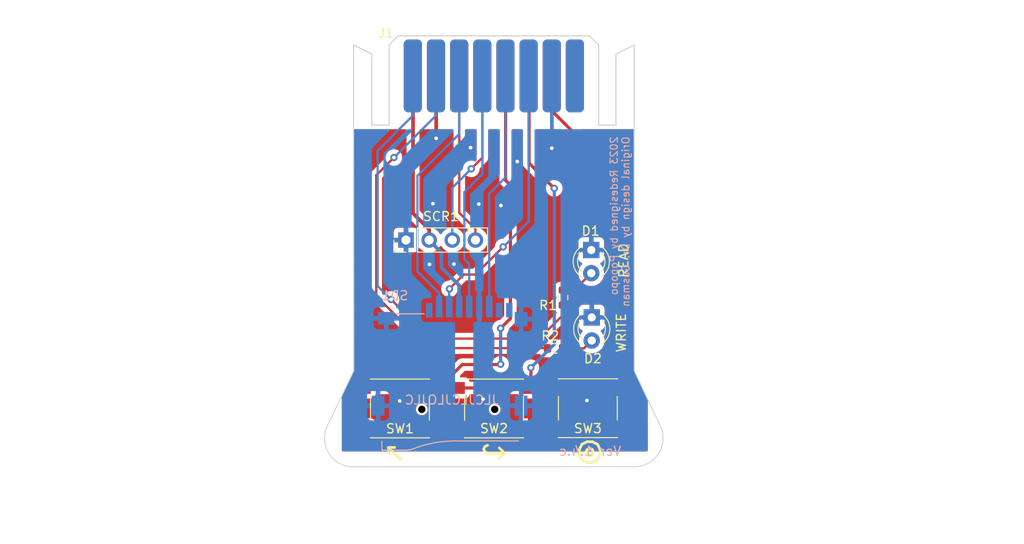
<source format=kicad_pcb>
(kicad_pcb (version 20240108) (generator "pcbnew") (generator_version "8.0")
  (title_block (title "Cartridge") (date "2023-12-10") (rev "1.4.B") (comment 1 "Modified by Popopo") (comment 2 "Original Design: Dr. Gusman"))
  (layers (0 "F.Cu" signal) (31 "B.Cu" signal) (34 "B.Paste" user) (35 "F.Paste" user) (36 "B.SilkS" user "B.Silkscreen") (37 "F.SilkS" user "F.Silkscreen") (38 "B.Mask" user) (39 "F.Mask" user) (44 "Edge.Cuts" user))
  (net 0 "")
  (net 1 "GND")
  (net 2 "Net-(D2-A)")
  (net 3 "+3V3")
  (net 4 "/UI_LD_READ")
  (net 5 "/UI_LD_WRITE")
  (net 6 "/UI_SCR_SDA")
  (net 7 "/UI_SD_CS")
  (net 8 "/UI_SCR_SCL")
  (net 9 "/UI_SD_SCK")
  (net 10 "/UI_BTN_BACK")
  (net 11 "/UI_SD_MISO")
  (net 12 "/UI_BTN_NEXT")
  (net 13 "/UI_SD_MOSI")
  (net 14 "/UI_BTN_SELECT")
  (net 20 "Net-(D1-A)")
  (footprint "Resistor_SMD:R_0603_1608Metric" (layer "F.Cu") (at 150.3 92.325 90)
    (property "Reference" "R1" (at -0.85 -1.65 0) (layer "F.SilkS"))
    (property "Value" "1K")
    (fp_line (start -0.237258 -0.5225) (end 0.237258 -0.5225) (stroke (width 0.12)) (layer "F.SilkS"))
    (fp_line (start -0.237258 0.5225) (end 0.237258 0.5225) (stroke (width 0.12)) (layer "F.SilkS"))
    (pad "1" smd roundrect (at -0.825 0 90) (size 0.8 0.95) (layers "F.Cu" "F.Paste" "F.Mask") (net 4 "/UI_LD_READ"))
    (pad "2" smd roundrect (at 0.825 0 90) (size 0.8 0.95) (layers "F.Cu" "F.Paste" "F.Mask") (net 20 "Net-(D1-A)"))
  )
  (footprint "MicroPicoDrive_Cartridge:Edge" (layer "F.Cu") (at 142.71 67.97)
    (property "Reference" "J1" (at -11.835 -4.705 0) (layer "F.SilkS"))
    (property "Value" "Conn_02x08_Odd_Even")
    (fp_line (start -15.4 -3.4) (end -13.4 -2.4) (stroke (width 0.12)) (layer "Edge.Cuts"))
    (fp_line (start -15.4 5.4) (end -15.4 -3.4) (stroke (width 0.12)) (layer "Edge.Cuts"))
    (fp_line (start -13.4 5.4) (end -13.4 -2.4) (stroke (width 0.12)) (layer "Edge.Cuts"))
    (fp_line (start -11.5 -3.4) (end -11.5 5.4) (stroke (width 0.12)) (layer "Edge.Cuts"))
    (fp_line (start -11.5 5.4) (end -13.4 5.4) (stroke (width 0.12)) (layer "Edge.Cuts"))
    (fp_line (start -10.5 -4.4) (end -11.5 -3.4) (stroke (width 0.12)) (layer "Edge.Cuts"))
    (fp_line (start -10.5 -4.4) (end 10.5 -4.4) (stroke (width 0.12)) (layer "Edge.Cuts"))
    (fp_line (start 10.5 -4.4) (end 11.5 -3.4) (stroke (width 0.12)) (layer "Edge.Cuts"))
    (fp_line (start 11.5 -3.4) (end 11.5 5.4) (stroke (width 0.12)) (layer "Edge.Cuts"))
    (fp_line (start 11.5 5.4) (end 13.4 5.4) (stroke (width 0.12)) (layer "Edge.Cuts"))
    (fp_line (start 13.4 -2.4) (end 15.4 -3.4) (stroke (width 0.12)) (layer "Edge.Cuts"))
    (fp_line (start 13.4 5.4) (end 13.4 -2.4) (stroke (width 0.12)) (layer "Edge.Cuts"))
    (fp_line (start 15.4 5.4) (end 15.4 -3.4) (stroke (width 0.12)) (layer "Edge.Cuts"))
    (pad "1" smd roundrect (at -8.89 0) (size 2 8) (layers "F.Cu" "F.Paste" "F.Mask") (net 3 "+3V3"))
    (pad "2" smd roundrect (at -8.89 0) (size 2 8) (layers "B.Cu" "B.Paste" "B.Mask") (net 4 "/UI_LD_READ"))
    (pad "3" smd roundrect (at -6.35 0) (size 2 8) (layers "F.Cu" "F.Paste" "F.Mask") (net 1 "GND"))
    (pad "4" smd roundrect (at -6.35 0) (size 2 8) (layers "B.Cu" "B.Paste" "B.Mask") (net 5 "/UI_LD_WRITE"))
    (pad "5" smd roundrect (at -3.81 0) (size 2 8) (layers "F.Cu" "F.Paste" "F.Mask") (net 6 "/UI_SCR_SDA"))
    (pad "6" smd roundrect (at -3.81 0) (size 2 8) (layers "B.Cu" "B.Paste" "B.Mask") (net 7 "/UI_SD_CS"))
    (pad "7" smd roundrect (at -1.27 0) (size 2 8) (layers "F.Cu" "F.Paste" "F.Mask") (net 8 "/UI_SCR_SCL"))
    (pad "8" smd roundrect (at -1.27 0) (size 2 8) (layers "B.Cu" "B.Paste" "B.Mask") (net 9 "/UI_SD_SCK"))
    (pad "9" smd roundrect (at 1.27 0) (size 2 8) (layers "F.Cu" "F.Paste" "F.Mask") (net 10 "/UI_BTN_BACK"))
    (pad "10" smd roundrect (at 1.27 0) (size 2 8) (layers "B.Cu" "B.Paste" "B.Mask") (net 11 "/UI_SD_MISO"))
    (pad "11" smd roundrect (at 3.81 0) (size 2 8) (layers "F.Cu" "F.Paste" "F.Mask") (net 12 "/UI_BTN_NEXT"))
    (pad "12" smd roundrect (at 3.81 0) (size 2 8) (layers "B.Cu" "B.Paste" "B.Mask") (net 13 "/UI_SD_MOSI"))
    (pad "13" smd roundrect (at 6.35 0) (size 2 8) (layers "F.Cu" "F.Paste" "F.Mask") (net 14 "/UI_BTN_SELECT"))
    (pad "14" smd roundrect (at 6.35 0) (size 2 8) (layers "B.Cu" "B.Paste" "B.Mask") (net 1 "GND"))
    (pad "15" smd roundrect (at 8.89 0) (size 2 8) (layers "F.Cu" "F.Paste" "F.Mask"))
    (pad "16" smd roundrect (at 8.89 0) (size 2 8) (layers "B.Cu" "B.Paste" "B.Mask"))
  )
  (footprint "Button_Switch_SMD:SW_SPST_PTS645" (layer "F.Cu") (at 132.4 104.5)
    (property "Reference" "SW1" (at 0 2.225 0) (layer "F.SilkS"))
    (property "Value" "SW_Push")
    (fp_line (start -3.23 -3.23) (end 3.23 -3.23) (stroke (width 0.12)) (layer "F.SilkS"))
    (fp_line (start -3.23 -3.2) (end -3.23 -3.23) (stroke (width 0.12)) (layer "F.SilkS"))
    (fp_line (start -3.23 -1.3) (end -3.23 1.3) (stroke (width 0.12)) (layer "F.SilkS"))
    (fp_line (start -3.23 3.23) (end -3.23 3.2) (stroke (width 0.12)) (layer "F.SilkS"))
    (fp_line (start -3.23 3.23) (end 3.23 3.23) (stroke (width 0.12)) (layer "F.SilkS"))
    (fp_line (start 3.23 -3.23) (end 3.23 -3.2) (stroke (width 0.12)) (layer "F.SilkS"))
    (fp_line (start 3.23 -1.3) (end 3.23 1.3) (stroke (width 0.12)) (layer "F.SilkS"))
    (fp_line (start 3.23 3.23) (end 3.23 3.2) (stroke (width 0.12)) (layer "F.SilkS"))
    (pad "1" smd rect (at -3.98 -2.25) (size 1.55 1.3) (layers "F.Cu" "F.Paste" "F.Mask") (net 10 "/UI_BTN_BACK"))
    (pad "1" smd rect (at 3.98 -2.25) (size 1.55 1.3) (layers "F.Cu" "F.Paste" "F.Mask") (net 10 "/UI_BTN_BACK"))
    (pad "2" smd rect (at -3.98 2.25) (size 1.55 1.3) (layers "F.Cu" "F.Paste" "F.Mask") (net 1 "GND"))
    (pad "2" smd rect (at 3.98 2.25) (size 1.55 1.3) (layers "F.Cu" "F.Paste" "F.Mask") (net 1 "GND"))
  )
  (footprint "LED_THT:LED_D3.0mm" (layer "F.Cu") (at 153.45 94.5 -90)
    (property "Reference" "D2" (at 4.525 -0.125 180) (layer "F.SilkS"))
    (property "Value" "LED")
    (fp_line (start -0.29 1.08) (end -0.29 1.236) (stroke (width 0.12)) (layer "F.SilkS"))
    (fp_line (start -0.29 -1.236) (end -0.29 -1.08) (stroke (width 0.12)) (layer "F.SilkS"))
    (fp_arc (start 2.31113 1.079837) (mid 1.270117 1.5) (end 0.229039 1.08) (stroke (width 0.12)) (layer "F.SilkS"))
    (fp_arc (start 2.942335 1.078608) (mid 1.366487 1.987659) (end -0.29 1.235516) (stroke (width 0.12)) (layer "F.SilkS"))
    (fp_arc (start 0.229039 -1.08) (mid 1.270117 -1.5) (end 2.31113 -1.079837) (stroke (width 0.12)) (layer "F.SilkS"))
    (fp_arc (start -0.29 -1.235516) (mid 1.366487 -1.987659) (end 2.942335 -1.078608) (stroke (width 0.12)) (layer "F.SilkS"))
    (pad "1" thru_hole rect (at 0 0 270) (size 1.8 1.8) (drill 0.9) (layers "*.Cu" "*.Mask") (net 1 "GND"))
    (pad "2" thru_hole circle (at 2.54 0 270) (size 1.8 1.8) (drill 0.9) (layers "*.Cu" "*.Mask") (net 2 "Net-(D2-A)"))
  )
  (footprint "Button_Switch_SMD:SW_SPST_PTS645" (layer "F.Cu") (at 142.725 104.5)
    (property "Reference" "SW2" (at 0 2.2 0) (layer "F.SilkS"))
    (property "Value" "SW_Push")
    (fp_line (start -3.23 -3.23) (end 3.23 -3.23) (stroke (width 0.12)) (layer "F.SilkS"))
    (fp_line (start -3.23 -3.2) (end -3.23 -3.23) (stroke (width 0.12)) (layer "F.SilkS"))
    (fp_line (start -3.23 -1.3) (end -3.23 1.3) (stroke (width 0.12)) (layer "F.SilkS"))
    (fp_line (start -3.23 3.23) (end -3.23 3.2) (stroke (width 0.12)) (layer "F.SilkS"))
    (fp_line (start -3.23 3.23) (end 3.23 3.23) (stroke (width 0.12)) (layer "F.SilkS"))
    (fp_line (start 3.23 -3.23) (end 3.23 -3.2) (stroke (width 0.12)) (layer "F.SilkS"))
    (fp_line (start 3.23 -1.3) (end 3.23 1.3) (stroke (width 0.12)) (layer "F.SilkS"))
    (fp_line (start 3.23 3.23) (end 3.23 3.2) (stroke (width 0.12)) (layer "F.SilkS"))
    (pad "1" smd rect (at -3.98 -2.25) (size 1.55 1.3) (layers "F.Cu" "F.Paste" "F.Mask") (net 12 "/UI_BTN_NEXT"))
    (pad "1" smd rect (at 3.98 -2.25) (size 1.55 1.3) (layers "F.Cu" "F.Paste" "F.Mask") (net 12 "/UI_BTN_NEXT"))
    (pad "2" smd rect (at -3.98 2.25) (size 1.55 1.3) (layers "F.Cu" "F.Paste" "F.Mask") (net 1 "GND"))
    (pad "2" smd rect (at 3.98 2.25) (size 1.55 1.3) (layers "F.Cu" "F.Paste" "F.Mask") (net 1 "GND"))
  )
  (footprint "MicroPicoDrive_Cartridge:Screen" (layer "F.Cu") (at 136.875 86)
    (property "Reference" "SCR1" (at 0.0254 -2.5908 0) (layer "F.SilkS"))
    (property "Value" "Screen")
    (fp_line (start -5.14 1.33) (end -5.14 0) (stroke (width 0.12)) (layer "F.SilkS"))
    (fp_line (start -3.81 1.33) (end -5.14 1.33) (stroke (width 0.12)) (layer "F.SilkS"))
    (fp_line (start -2.54 -1.33) (end 5.14 -1.33) (stroke (width 0.12)) (layer "F.SilkS"))
    (fp_line (start -2.54 1.33) (end -2.54 -1.33) (stroke (width 0.12)) (layer "F.SilkS"))
    (fp_line (start -2.54 1.33) (end 5.14 1.33) (stroke (width 0.12)) (layer "F.SilkS"))
    (fp_line (start 5.14 1.33) (end 5.14 -1.33) (stroke (width 0.12)) (layer "F.SilkS"))
    (pad "1" thru_hole rect (at -3.81 0 90) (size 1.7 1.7) (drill 1) (layers "*.Cu" "*.Mask") (net 1 "GND"))
    (pad "2" thru_hole oval (at -1.27 0 90) (size 1.7 1.7) (drill 1) (layers "*.Cu" "*.Mask") (net 3 "+3V3"))
    (pad "3" thru_hole oval (at 1.27 0 90) (size 1.7 1.7) (drill 1) (layers "*.Cu" "*.Mask") (net 8 "/UI_SCR_SCL"))
    (pad "4" thru_hole oval (at 3.81 0 90) (size 1.7 1.7) (drill 1) (layers "*.Cu" "*.Mask") (net 6 "/UI_SCR_SDA"))
  )
  (footprint "Resistor_SMD:R_0603_1608Metric" (layer "F.Cu") (at 149.425 97.9)
    (property "Reference" "R2" (at -0.525 -1.375 0) (layer "F.SilkS"))
    (property "Value" "1K")
    (fp_line (start -0.237258 -0.5225) (end 0.237258 -0.5225) (stroke (width 0.12)) (layer "F.SilkS"))
    (fp_line (start -0.237258 0.5225) (end 0.237258 0.5225) (stroke (width 0.12)) (layer "F.SilkS"))
    (pad "1" smd roundrect (at -0.825 0) (size 0.8 0.95) (layers "F.Cu" "F.Paste" "F.Mask") (net 5 "/UI_LD_WRITE"))
    (pad "2" smd roundrect (at 0.825 0) (size 0.8 0.95) (layers "F.Cu" "F.Paste" "F.Mask") (net 2 "Net-(D2-A)"))
  )
  (footprint "Button_Switch_SMD:SW_SPST_PTS645" (layer "F.Cu") (at 153.025 104.475)
    (property "Reference" "SW3" (at 0 2.225 0) (layer "F.SilkS"))
    (property "Value" "SW_Push")
    (fp_line (start -3.23 -3.23) (end 3.23 -3.23) (stroke (width 0.12)) (layer "F.SilkS"))
    (fp_line (start -3.23 -3.2) (end -3.23 -3.23) (stroke (width 0.12)) (layer "F.SilkS"))
    (fp_line (start -3.23 -1.3) (end -3.23 1.3) (stroke (width 0.12)) (layer "F.SilkS"))
    (fp_line (start -3.23 3.23) (end -3.23 3.2) (stroke (width 0.12)) (layer "F.SilkS"))
    (fp_line (start -3.23 3.23) (end 3.23 3.23) (stroke (width 0.12)) (layer "F.SilkS"))
    (fp_line (start 3.23 -3.23) (end 3.23 -3.2) (stroke (width 0.12)) (layer "F.SilkS"))
    (fp_line (start 3.23 -1.3) (end 3.23 1.3) (stroke (width 0.12)) (layer "F.SilkS"))
    (fp_line (start 3.23 3.23) (end 3.23 3.2) (stroke (width 0.12)) (layer "F.SilkS"))
    (pad "1" smd rect (at -3.98 -2.25) (size 1.55 1.3) (layers "F.Cu" "F.Paste" "F.Mask") (net 14 "/UI_BTN_SELECT"))
    (pad "1" smd rect (at 3.98 -2.25) (size 1.55 1.3) (layers "F.Cu" "F.Paste" "F.Mask") (net 14 "/UI_BTN_SELECT"))
    (pad "2" smd rect (at -3.98 2.25) (size 1.55 1.3) (layers "F.Cu" "F.Paste" "F.Mask") (net 1 "GND"))
    (pad "2" smd rect (at 3.98 2.25) (size 1.55 1.3) (layers "F.Cu" "F.Paste" "F.Mask") (net 1 "GND"))
  )
  (footprint "LED_THT:LED_D3.0mm" (layer "F.Cu") (at 153.4 87.1 -90)
    (property "Reference" "D1" (at -2.1 0.075 180) (layer "F.SilkS"))
    (property "Value" "LED")
    (fp_line (start -0.29 1.08) (end -0.29 1.236) (stroke (width 0.12)) (layer "F.SilkS"))
    (fp_line (start -0.29 -1.236) (end -0.29 -1.08) (stroke (width 0.12)) (layer "F.SilkS"))
    (fp_arc (start 2.31113 1.079837) (mid 1.270117 1.5) (end 0.229039 1.08) (stroke (width 0.12)) (layer "F.SilkS"))
    (fp_arc (start 2.942335 1.078608) (mid 1.366487 1.987659) (end -0.29 1.235516) (stroke (width 0.12)) (layer "F.SilkS"))
    (fp_arc (start 0.229039 -1.08) (mid 1.270117 -1.5) (end 2.31113 -1.079837) (stroke (width 0.12)) (layer "F.SilkS"))
    (fp_arc (start -0.29 -1.235516) (mid 1.366487 -1.987659) (end 2.942335 -1.078608) (stroke (width 0.12)) (layer "F.SilkS"))
    (pad "1" thru_hole rect (at 0 0 270) (size 1.8 1.8) (drill 0.9) (layers "*.Cu" "*.Mask") (net 1 "GND"))
    (pad "2" thru_hole circle (at 2.54 0 270) (size 1.8 1.8) (drill 0.9) (layers "*.Cu" "*.Mask") (net 20 "Net-(D1-A)"))
  )
  (footprint "MicroPicoDrive_Cartridge:SDCard_Module_changed" (layer "B.Cu") (at 138.95 90.60471 180)
    (property "Reference" "SD1" (at 7.1 -1.5 0) (layer "B.SilkS") (effects (justify mirror)))
    (property "Value" "SDCard Module Adaptor" (hide yes))
    (fp_line (start 8.529 -17.48129) (end 8.529 -18.48129) (stroke (width 0.12)) (layer "B.SilkS"))
    (fp_line (start 8.529 -18.48129) (end 5.9979 -18.48129) (stroke (width 0.127)) (layer "B.SilkS"))
    (fp_line (start 6.95 -3.49529) (end 3.9 -3.49529) (stroke (width 0.127)) (layer "B.SilkS"))
    (fp_line (start 0.4769 -17.46529) (end -6.457 -17.46529) (stroke (width 0.127)) (layer "B.SilkS"))
    (fp_arc (start 4.998 -18.29729) (mid 5.489552 -18.434928) (end 5.9979 -18.48129) (stroke (width 0.127)) (layer "B.SilkS"))
    (fp_arc (start 4.998 -18.29729) (mid 2.775408 -17.675024) (end 0.4769 -17.46529) (stroke (width 0.127)) (layer "B.SilkS"))
    (pad "" np_thru_hole circle (at -3.85 -13.99529 180) (size 0.9 0.9) (drill 0.8) (layers "*.Mask"))
    (pad "" np_thru_hole circle (at 4.15 -13.99529 180) (size 0.9 0.9) (drill 0.8) (layers "*.Mask"))
    (pad "1" smd rect (at 3.35 -3.1 270) (size 1.6 0.7) (layers "B.Cu" "B.Paste" "B.Mask"))
    (pad "2" smd rect (at 2.25 -2.7 270) (size 2.4 0.7) (layers "B.Cu" "B.Paste" "B.Mask") (net 7 "/UI_SD_CS"))
    (pad "3" smd rect (at 1.15 -2.7 270) (size 2.4 0.7) (layers "B.Cu" "B.Paste" "B.Mask") (net 13 "/UI_SD_MOSI"))
    (pad "4" smd rect (at 0.05 -2.7 270) (size 2.4 0.7) (layers "B.Cu" "B.Paste" "B.Mask") (net 3 "+3V3"))
    (pad "5" smd rect (at -1.05 -2.7 270) (size 2.4 0.7) (layers "B.Cu" "B.Paste" "B.Mask") (net 9 "/UI_SD_SCK"))
    (pad "6" smd rect (at -2.15 -2.7 270) (size 2.4 0.7) (layers "B.Cu" "B.Paste" "B.Mask") (net 1 "GND"))
    (pad "7" smd rect (at -3.25 -2.7 270) (size 2.4 0.7) (layers "B.Cu" "B.Paste" "B.Mask") (net 11 "/UI_SD_MISO"))
    (pad "8" smd rect (at -4.35 -3.1 270) (size 1.6 0.7) (layers "B.Cu" "B.Paste" "B.Mask"))
    (pad "9" smd rect (at -5.45 -3.1 270) (size 1.6 0.7) (layers "B.Cu" "B.Paste" "B.Mask"))
    (pad "MP1" smd rect (at -6.75 -4.09529 270) (size 1.6 1.4) (layers "B.Cu" "B.Paste" "B.Mask") (net 1 "GND"))
    (pad "MP2" smd rect (at -6.75 -13.59529 270) (size 2.2 1.4) (layers "B.Cu" "B.Paste" "B.Mask") (net 1 "GND"))
    (pad "MP3" smd rect (at 8.95 -13.59529 270) (size 2.2 1.4) (layers "B.Cu" "B.Paste" "B.Mask") (net 1 "GND"))
    (pad "MP4" smd rect (at 8.05 -3.99529 270) (size 1.4 1.8) (layers "B.Cu" "B.Paste" "B.Mask") (net 1 "GND"))
    (zone (net 0) (net_name "") (layer "B.Cu") (connect_pads (clearance 0)) (min_thickness 0.01)
      (keepout (tracks not_allowed) (vias not_allowed) (pads not_allowed) (copperpour not_allowed) (footprints allowed))
      (fill (thermal_gap 0.508) (thermal_bridge_width 0.508))
      (polygon (pts (xy 140.45137 95) (xy 138.45 95) (xy 138.45 104.00471) (xy 140.45137 104.00471)))
    )
  )
  (gr_line (start 158.125 100.375) (end 160.816877 106.102824) (stroke (width 0.1)) (layer "Edge.Cuts"))
  (gr_line (start 127.31 73.37) (end 127.325 100.375) (stroke (width 0.1)) (layer "Edge.Cuts"))
  (gr_line (start 158.05 110.9) (end 127.325296 110.91728) (stroke (width 0.1)) (layer "Edge.Cuts"))
  (gr_arc (start 127.325296 110.91728) (mid 124.534286 109.330051) (end 124.58136 106.119628) (stroke (width 0.1)) (layer "Edge.Cuts"))
  (gr_arc (start 160.816876 106.102824) (mid 160.858209 109.323191) (end 158.049998 110.900031) (stroke (width 0.1)) (layer "Edge.Cuts"))
  (gr_line (start 127.325 100.375) (end 124.58136 106.119628) (stroke (width 0.1)) (layer "Edge.Cuts"))
  (gr_line (start 158.11 73.37) (end 158.125 100.375) (stroke (width 0.1)) (layer "Edge.Cuts"))
  (gr_text "2023 Redesigned by Popopo\nOriginal design by Dr. Gusman" (at 157.65 74.55 90) (layer "B.SilkS") (effects (font (size 0.8 0.8) (thickness 0.12)) (justify left bottom mirror)))
  (gr_text "JLCJLCJLCJLC" (at 143.325 104.15 0) (layer "B.SilkS") (effects (font (size 1 1)) (justify left bottom mirror)))
  (gr_text "Ver 1.4.c" (at 156.775 109.775 0) (layer "B.SilkS") (effects (font (size 1 1)) (justify left bottom mirror)))
  (gr_text "↪" (at 140.675 110.925 0) (layer "F.SilkS") (effects (font (size 3 3) (thickness 0.3)) (justify left bottom)))
  (gr_text "⊚" (at 151.175 110.825 0) (layer "F.SilkS") (effects (font (size 3 3) (thickness 0.3)) (justify left bottom)))
  (gr_text "WRITE\n" (at 157.275 98.425 90) (layer "F.SilkS") (effects (font (size 1 1)) (justify left bottom)))
  (gr_text "READ" (at 157.55 90.225 90) (layer "F.SilkS") (effects (font (size 1 1)) (justify left bottom)))
  (gr_text "↖" (at 130.375 110.475 0) (layer "F.SilkS") (effects (font (size 2 2) (thickness 0.3)) (justify left bottom)))
  (segment (start 136.375 74.825) (end 136.375 67.975) (width 0.4) (layer "F.Cu") (net 1))
  (via (at 135.64 88.66) (size 0.8) (drill 0.4) (layers "F.Cu" "B.Cu") (net 1))
  (via (at 140.15 75.85) (size 0.8) (drill 0.4) (layers "F.Cu" "B.Cu") (net 1))
  (via (at 141.525 103.475) (size 0.8) (drill 0.4) (layers "F.Cu" "B.Cu") (net 1))
  (via (at 136.025 82) (size 0.8) (drill 0.4) (layers "F.Cu" "B.Cu") (net 1))
  (via (at 141.05 82.05) (size 0.8) (drill 0.4) (layers "F.Cu" "B.Cu") (net 1))
  (via (at 132.375 103.675) (size 0.8) (drill 0.4) (layers "F.Cu" "B.Cu") (net 1))
  (via (at 138.32 88.64) (size 0.8) (drill 0.4) (layers "F.Cu" "B.Cu") (net 1))
  (via (at 136.375 74.825) (size 0.8) (drill 0.4) (layers "F.Cu" "B.Cu") (net 1))
  (via (at 149.07 75.91) (size 0.8) (drill 0.4) (layers "F.Cu" "B.Cu") (net 1))
  (via (at 145.275 77.375) (size 0.8) (drill 0.4) (layers "F.Cu" "B.Cu") (net 1))
  (via (at 152.925 103.625) (size 0.8) (drill 0.4) (layers "F.Cu" "B.Cu") (net 1))
  (via (at 143.48 82.21) (size 0.8) (drill 0.4) (layers "F.Cu" "B.Cu") (net 1))
  (segment (start 149.075 75.905) (end 149.075 67.975) (width 0.4) (layer "B.Cu") (net 1))
  (segment (start 149.07 75.91) (end 149.075 75.905) (width 0.4) (layer "B.Cu") (net 1))
  (segment (start 150.25 97.9) (end 152.59 97.9) (width 0.25) (layer "F.Cu") (net 2))
  (segment (start 152.59 97.9) (end 153.45 97.04) (width 0.25) (layer "F.Cu") (net 2))
  (segment (start 133.835 83.06) (end 135.605 84.83) (width 0.4) (layer "F.Cu") (net 3))
  (segment (start 135.605 84.83) (end 135.605 86) (width 0.4) (layer "F.Cu") (net 3))
  (segment (start 133.835 67.975) (end 133.835 83.06) (width 0.4) (layer "F.Cu") (net 3))
  (segment (start 136.95 87.375) (end 135.605 86.03) (width 0.4) (layer "B.Cu") (net 3))
  (segment (start 138.9 93.57971) (end 138.9 90.98) (width 0.4) (layer "B.Cu") (net 3))
  (segment (start 135.605 86) (end 135.605 86.03) (width 0.25) (layer "B.Cu") (net 3))
  (segment (start 138.9 90.98) (end 136.95 89.03) (width 0.4) (layer "B.Cu") (net 3))
  (segment (start 136.95 89.03) (end 136.95 87.375) (width 0.4) (layer "B.Cu") (net 3))
  (segment (start 135.725 96.825) (end 147.7 96.825) (width 0.25) (layer "F.Cu") (net 4))
  (segment (start 131.425 92.525) (end 135.725 96.825) (width 0.25) (layer "F.Cu") (net 4))
  (segment (start 147.7 96.825) (end 150.3 94.225) (width 0.25) (layer "F.Cu") (net 4))
  (segment (start 150.3 94.225) (end 150.3 93.15) (width 0.25) (layer "F.Cu") (net 4))
  (via (at 131.425 92.525) (size 0.8) (drill 0.4) (layers "F.Cu" "B.Cu") (net 4))
  (segment (start 129.95 91.05) (end 129.95 76.1903) (width 0.25) (layer "B.Cu") (net 4))
  (segment (start 129.95 76.1903) (end 133.835 72.3053) (width 0.25) (layer "B.Cu") (net 4))
  (segment (start 133.835 72.3053) (end 133.835 67.975) (width 0.25) (layer "B.Cu") (net 4))
  (segment (start 131.425 92.525) (end 129.95 91.05) (width 0.25) (layer "B.Cu") (net 4))
  (segment (start 131.74355 76.93355) (end 129.8 78.8771) (width 0.25) (layer "F.Cu") (net 5))
  (segment (start 129.8 92.15) (end 135.525 97.875) (width 0.25) (layer "F.Cu") (net 5))
  (segment (start 135.525 97.875) (end 148.575 97.875) (width 0.25) (layer "F.Cu") (net 5))
  (segment (start 129.8 78.8771) (end 129.8 92.15) (width 0.25) (layer "F.Cu") (net 5))
  (segment (start 148.575 97.875) (end 148.6 97.9) (width 0.25) (layer "F.Cu") (net 5))
  (via (at 131.74355 76.93355) (size 0.8) (drill 0.4) (layers "F.Cu" "B.Cu") (net 5))
  (segment (start 136.375 72.3021) (end 136.375 67.975) (width 0.25) (layer "B.Cu") (net 5))
  (segment (start 131.74355 76.93355) (end 136.375 72.3021) (width 0.25) (layer "B.Cu") (net 5))
  (segment (start 138.915 83.015) (end 140.685 84.785) (width 0.25) (layer "F.Cu") (net 6))
  (segment (start 140.685 84.785) (end 140.685 86) (width 0.25) (layer "F.Cu") (net 6))
  (segment (start 138.915 67.975) (end 138.915 83.015) (width 0.25) (layer "F.Cu") (net 6))
  (segment (start 134.32 78.9426) (end 134.32 89.45) (width 0.25) (layer "B.Cu") (net 7))
  (segment (start 134.32 89.45) (end 136.7 91.83) (width 0.25) (layer "B.Cu") (net 7))
  (segment (start 138.915 67.975) (end 138.915 74.3476) (width 0.25) (layer "B.Cu") (net 7))
  (segment (start 136.7 91.83) (end 136.7 93.57971) (width 0.25) (layer "B.Cu") (net 7))
  (segment (start 138.915 74.3476) (end 134.32 78.9426) (width 0.25) (layer "B.Cu") (net 7))
  (segment (start 140.225 78.175) (end 141.455 76.945) (width 0.25) (layer "F.Cu") (net 8))
  (segment (start 141.455 76.945) (end 141.455 67.975) (width 0.25) (layer "F.Cu") (net 8))
  (via (at 140.225 78.175) (size 0.8) (drill 0.4) (layers "F.Cu" "B.Cu") (net 8))
  (segment (start 138.145 86) (end 138.145 80.255) (width 0.25) (layer "B.Cu") (net 8))
  (segment (start 138.145 80.255) (end 140.225 78.175) (width 0.25) (layer "B.Cu") (net 8))
  (segment (start 140 88.62) (end 139.47 88.09) (width 0.25) (layer "B.Cu") (net 9))
  (segment (start 139.47 80.73) (end 141.455 78.745) (width 0.25) (layer "B.Cu") (net 9))
  (segment (start 141.455 78.745) (end 141.455 67.975) (width 0.25) (layer "B.Cu") (net 9))
  (segment (start 139.47 88.09) (end 139.47 80.73) (width 0.25) (layer "B.Cu") (net 9))
  (segment (start 140 93.57971) (end 140 88.62) (width 0.25) (layer "B.Cu") (net 9))
  (segment (start 143.45 95.69) (end 144.525 94.615) (width 0.35) (layer "F.Cu") (net 10))
  (segment (start 144.525 79.975) (end 143.995 79.445) (width 0.35) (layer "F.Cu") (net 10))
  (segment (start 139.24 99.68) (end 136.67 102.25) (width 0.35) (layer "F.Cu") (net 10))
  (segment (start 128.5 102.25) (end 128.475 102.225) (width 0.25) (layer "F.Cu") (net 10))
  (segment (start 144.525 94.615) (end 144.525 79.975) (width 0.35) (layer "F.Cu") (net 10))
  (segment (start 143.41 99.68) (end 139.24 99.68) (width 0.35) (layer "F.Cu") (net 10))
  (segment (start 143.995 79.445) (end 143.995 67.975) (width 0.35) (layer "F.Cu") (net 10))
  (segment (start 143.45 99.64) (end 143.41 99.68) (width 0.35) (layer "F.Cu") (net 10))
  (segment (start 136.67 102.25) (end 128.5 102.25) (width 0.35) (layer "F.Cu") (net 10))
  (via (at 143.45 99.64) (size 0.8) (drill 0.4) (layers "F.Cu" "B.Cu") (net 10))
  (via (at 143.45 95.69) (size 0.8) (drill 0.4) (layers "F.Cu" "B.Cu") (net 10))
  (segment (start 143.45 99.64) (end 143.45 95.69) (width 0.35) (layer "B.Cu") (net 10))
  (segment (start 144 67.98) (end 144 79.1) (width 0.25) (layer "B.Cu") (net 11))
  (segment (start 143.995 67.975) (end 144 67.98) (width 0.25) (layer "B.Cu") (net 11))
  (segment (start 142.2 80.9) (end 142.2 93.57971) (width 0.25) (layer "B.Cu") (net 11))
  (segment (start 144 79.1) (end 142.2 80.9) (width 0.25) (layer "B.Cu") (net 11))
  (segment (start 146.57 77.55) (end 146.57 68.01) (width 0.35) (layer "F.Cu") (net 12))
  (segment (start 146.705 102.25) (end 138.525 102.25) (width 0.35) (layer "F.Cu") (net 12))
  (segment (start 146.57 68.01) (end 146.535 67.975) (width 0.2) (layer "F.Cu") (net 12))
  (segment (start 149.34 80.32) (end 146.57 77.55) (width 0.35) (layer "F.Cu") (net 12))
  (segment (start 146.775 102.18) (end 146.705 102.25) (width 0.35) (layer "F.Cu") (net 12))
  (segment (start 146.775 100.025) (end 146.775 102.18) (width 0.35) (layer "F.Cu") (net 12))
  (via (at 149.34 80.32) (size 0.8) (drill 0.4) (layers "F.Cu" "B.Cu") (net 12))
  (via (at 146.775 100.025) (size 0.8) (drill 0.4) (layers "F.Cu" "B.Cu") (net 12))
  (segment (start 149.34 80.32) (end 149.34 97.46) (width 0.35) (layer "B.Cu") (net 12))
  (segment (start 149.34 97.46) (end 146.775 100.025) (width 0.35) (layer "B.Cu") (net 12))
  (segment (start 143.725 86.75) (end 140.685 89.79) (width 0.25) (layer "F.Cu") (net 13))
  (segment (start 137.8325 91.36) (end 137.8025 91.33) (width 0.2) (layer "F.Cu") (net 13))
  (segment (start 137.8625 91.33) (end 137.8325 91.36) (width 0.2) (layer "F.Cu") (net 13))
  (segment (start 139.4025 89.79) (end 137.8625 91.33) (width 0.25) (layer "F.Cu") (net 13))
  (segment (start 137.8025 91.33) (end 137.7625 91.33) (width 0.2) (layer "F.Cu") (net 13))
  (segment (start 140.685 89.79) (end 139.4025 89.79) (width 0.25) (layer "F.Cu") (net 13))
  (via (at 137.8325 91.36) (size 0.8) (drill 0.4) (layers "F.Cu" "B.Cu") (net 13))
  (via (at 143.725 86.75) (size 0.8) (drill 0.4) (layers "F.Cu" "B.Cu") (net 13))
  (segment (start 146.535 83.965) (end 146.535 67.975) (width 0.25) (layer "B.Cu") (net 13))
  (segment (start 137.8 91.3925) (end 137.8 93.57971) (width 0.25) (layer "B.Cu") (net 13))
  (segment (start 143.75 86.75) (end 146.535 83.965) (width 0.25) (layer "B.Cu") (net 13))
  (segment (start 143.725 86.75) (end 143.75 86.75) (width 0.25) (layer "B.Cu") (net 13))
  (segment (start 137.8325 91.36) (end 137.8 91.3925) (width 0.25) (layer "B.Cu") (net 13))
  (segment (start 157.005 79.735) (end 149.075 71.805) (width 0.35) (layer "F.Cu") (net 14))
  (segment (start 149.045 102.225) (end 157 102.225) (width 0.35) (layer "F.Cu") (net 14))
  (segment (start 149.075 71.805) (end 149.075 67.975) (width 0.35) (layer "F.Cu") (net 14))
  (segment (start 157.005 102.225) (end 157.005 79.735) (width 0.35) (layer "F.Cu") (net 14))
  (segment (start 151.54 91.5) (end 153.4 89.64) (width 0.25) (layer "F.Cu") (net 20))
  (segment (start 150.3 91.5) (end 151.54 91.5) (width 0.25) (layer "F.Cu") (net 20))
  (zone (net 1) (net_name "GND") (layers "F&B.Cu") (connect_pads (clearance 0.508)) (min_thickness 0.254) (fill yes (thermal_gap 0.508) (thermal_bridge_width 0.508))
    (polygon (pts (xy 159.6 109.225) (xy 126.025 109.225) (xy 126 73.825) (xy 159.575 73.825)))
  )
)
</source>
